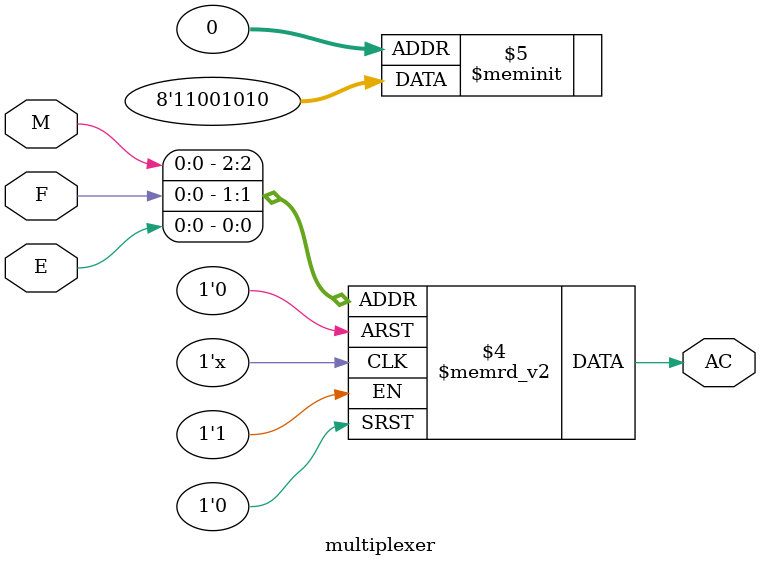
<source format=v>



// Generated by Quartus II 64-Bit Version 12.1 (Build Build 243 01/31/2013)
// Created on Mon Sep 21 03:00:25 2015

//  Module Declaration
module multiplexer
(
// {{ALTERA_ARGS_BEGIN}} DO NOT REMOVE THIS LINE!
E, F, M, AC
// {{ALTERA_ARGS_END}} DO NOT REMOVE THIS LINE!
);
// Port Declaration

// {{ALTERA_IO_BEGIN}} DO NOT REMOVE THIS LINE!
input E;
input F;
input M;
output reg AC;
// {{ALTERA_IO_END}} DO NOT REMOVE THIS LINE!

always @(M or F or E)
begin
	case ({M,F,E})
	
	3'b000: AC='b0;
	3'b001: AC='b1;
	3'b010: AC='b0;
	3'b011: AC='b1;
	
	3'b100: AC='b0;
	3'b101: AC='b0;
	3'b110: AC='b1;
	3'b111: AC='b1;

	endcase
end
	
	
	
	
	
endmodule

</source>
